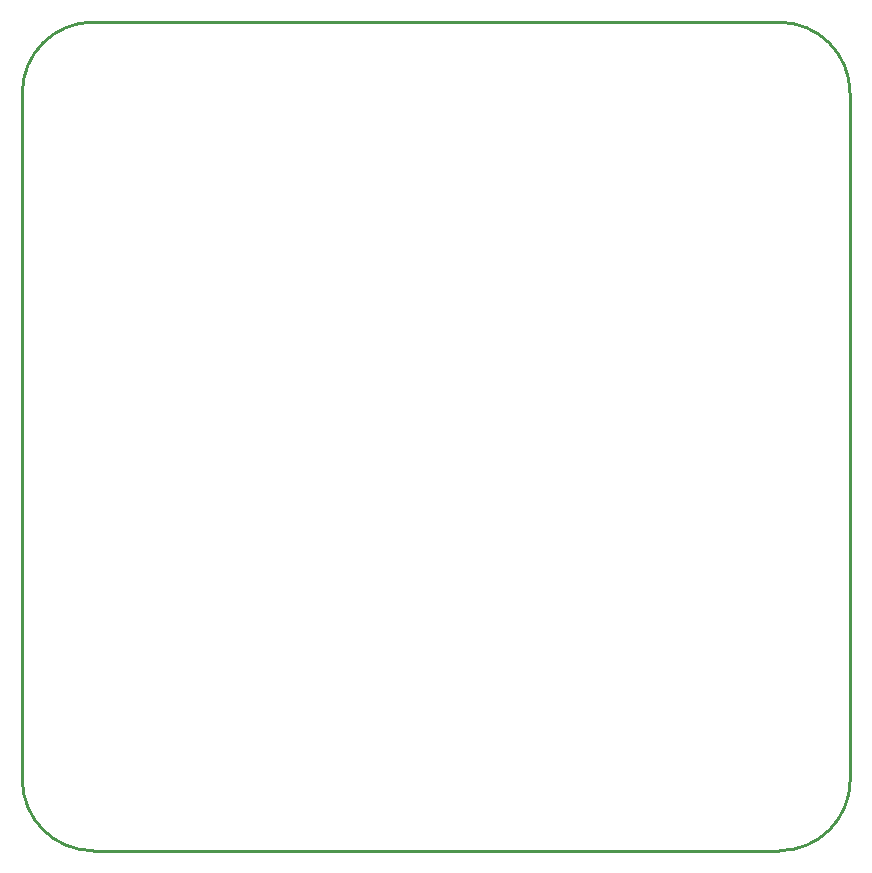
<source format=gbr>
%TF.GenerationSoftware,Altium Limited,Altium Designer,20.1.12 (249)*%
G04 Layer_Color=16711935*
%FSLAX26Y26*%
%MOIN*%
%TF.SameCoordinates,CA7D9046-92CB-40F9-A92D-93637F7DD4E4*%
%TF.FilePolarity,Positive*%
%TF.FileFunction,Other,Mechanical_1*%
%TF.Part,Single*%
G01*
G75*
%TA.AperFunction,NonConductor*%
%ADD14C,0.010000*%
D14*
X5197Y241753D02*
G03*
X242108Y4843I236911J0D01*
G01*
X241381Y2766765D02*
G03*
X5164Y2530549I0J-236217D01*
G01*
X2528912Y5000D02*
G03*
X2764882Y240970I0J235970D01*
G01*
X2764253Y2530580D02*
G03*
X2528415Y2766418I-235838J0D01*
G01*
X5197Y2530549D02*
X5197Y241753D01*
X242108Y5000D02*
X2528912Y5000D01*
X241417Y2766765D02*
X2528451Y2766418D01*
X2764921Y240970D02*
Y477047D01*
X2764646Y2530580D02*
X2764646Y472441D01*
%TF.MD5,f83c7ab0c5613939ed7a4d1b2bf41c46*%
M02*

</source>
